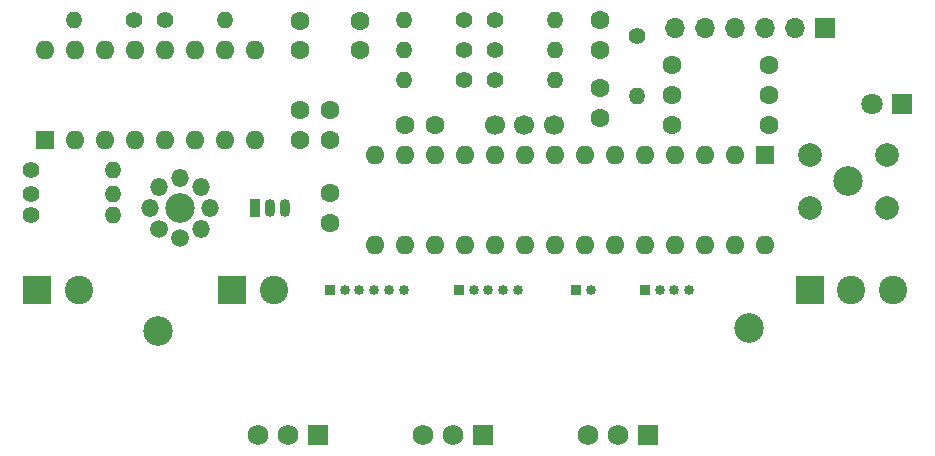
<source format=gbs>
G04 #@! TF.FileFunction,Soldermask,Bot*
%FSLAX46Y46*%
G04 Gerber Fmt 4.6, Leading zero omitted, Abs format (unit mm)*
G04 Created by KiCad (PCBNEW 4.0.7) date 05/25/19 09:29:53*
%MOMM*%
%LPD*%
G01*
G04 APERTURE LIST*
%ADD10C,0.100000*%
%ADD11C,2.500000*%
%ADD12C,1.600000*%
%ADD13R,2.400000X2.400000*%
%ADD14C,2.400000*%
%ADD15C,1.400000*%
%ADD16O,1.400000X1.400000*%
%ADD17R,1.600000X1.600000*%
%ADD18O,1.600000X1.600000*%
%ADD19C,1.700000*%
%ADD20R,1.800000X1.800000*%
%ADD21C,1.800000*%
%ADD22R,1.700000X1.700000*%
%ADD23O,1.700000X1.700000*%
%ADD24R,0.850000X0.850000*%
%ADD25C,0.850000*%
%ADD26O,0.900000X1.500000*%
%ADD27R,0.900000X1.500000*%
%ADD28C,1.500000*%
%ADD29O,1.500000X1.500000*%
%ADD30C,1.750000*%
%ADD31R,1.750000X1.750000*%
%ADD32C,2.000000*%
G04 APERTURE END LIST*
D10*
D11*
X204380000Y-101919000D03*
D12*
X189488000Y-97155000D03*
X197738000Y-97155000D03*
D13*
X201168000Y-111125000D03*
D14*
X204668000Y-111125000D03*
X208168000Y-111125000D03*
D15*
X186563000Y-89575000D03*
D16*
X186563000Y-94655000D03*
D15*
X174538000Y-88265000D03*
D16*
X179618000Y-88265000D03*
D15*
X143978000Y-88265000D03*
D16*
X138898000Y-88265000D03*
D15*
X146598000Y-88265000D03*
D16*
X151678000Y-88265000D03*
D15*
X174538000Y-90805000D03*
D16*
X179618000Y-90805000D03*
D15*
X174538000Y-93345000D03*
D16*
X179618000Y-93345000D03*
D17*
X197358000Y-99695000D03*
D18*
X164338000Y-107315000D03*
X194818000Y-99695000D03*
X166878000Y-107315000D03*
X192278000Y-99695000D03*
X169418000Y-107315000D03*
X189738000Y-99695000D03*
X171958000Y-107315000D03*
X187198000Y-99695000D03*
X174498000Y-107315000D03*
X184658000Y-99695000D03*
X177038000Y-107315000D03*
X182118000Y-99695000D03*
X179578000Y-107315000D03*
X179578000Y-99695000D03*
X182118000Y-107315000D03*
X177038000Y-99695000D03*
X184658000Y-107315000D03*
X174498000Y-99695000D03*
X187198000Y-107315000D03*
X171958000Y-99695000D03*
X189738000Y-107315000D03*
X169418000Y-99695000D03*
X192278000Y-107315000D03*
X166878000Y-99695000D03*
X194818000Y-107315000D03*
X164338000Y-99695000D03*
X197358000Y-107315000D03*
D19*
X174498000Y-97155000D03*
X176998000Y-97155000D03*
X179498000Y-97155000D03*
D15*
X171918000Y-88265000D03*
D16*
X166838000Y-88265000D03*
D15*
X171918000Y-93345000D03*
D16*
X166838000Y-93345000D03*
D15*
X171918000Y-90805000D03*
D16*
X166838000Y-90805000D03*
D12*
X160528000Y-105410000D03*
X160528000Y-102910000D03*
X157988000Y-95885000D03*
X157988000Y-98385000D03*
X157988000Y-90805000D03*
X157988000Y-88305000D03*
X160528000Y-95885000D03*
X160528000Y-98385000D03*
X163068000Y-90805000D03*
X163068000Y-88305000D03*
X169418000Y-97155000D03*
X166918000Y-97155000D03*
X183388000Y-88265000D03*
X183388000Y-90765000D03*
D20*
X208998000Y-95365000D03*
D21*
X206458000Y-95365000D03*
D22*
X202438000Y-88900000D03*
D23*
X199898000Y-88900000D03*
X197358000Y-88900000D03*
X194818000Y-88900000D03*
X192278000Y-88900000D03*
X189738000Y-88900000D03*
D24*
X181356000Y-111125000D03*
D25*
X182606000Y-111125000D03*
D11*
X195998000Y-114365000D03*
X145998000Y-114619000D03*
X147828000Y-104190800D03*
D26*
X155448000Y-104140000D03*
X156718000Y-104140000D03*
D27*
X154178000Y-104140000D03*
D17*
X136398000Y-98425000D03*
D18*
X154178000Y-90805000D03*
X138938000Y-98425000D03*
X151638000Y-90805000D03*
X141478000Y-98425000D03*
X149098000Y-90805000D03*
X144018000Y-98425000D03*
X146558000Y-90805000D03*
X146558000Y-98425000D03*
X144018000Y-90805000D03*
X149098000Y-98425000D03*
X141478000Y-90805000D03*
X151638000Y-98425000D03*
X138938000Y-90805000D03*
X154178000Y-98425000D03*
X136398000Y-90805000D03*
D24*
X187198000Y-111125000D03*
D25*
X188448000Y-111125000D03*
X189698000Y-111125000D03*
X190948000Y-111125000D03*
D28*
X147828000Y-106680000D03*
X146037300Y-105943400D03*
D29*
X145288000Y-104140000D03*
X146050000Y-102387400D03*
X147828000Y-101600000D03*
X149580600Y-102400100D03*
X150368000Y-104140000D03*
X149631400Y-105956100D03*
D12*
X183388000Y-96520000D03*
X183388000Y-94020000D03*
D30*
X154418000Y-123365000D03*
X156958000Y-123365000D03*
D31*
X159498000Y-123365000D03*
D30*
X182418000Y-123365000D03*
X184958000Y-123365000D03*
D31*
X187498000Y-123365000D03*
D30*
X168418000Y-123365000D03*
X170958000Y-123365000D03*
D31*
X173498000Y-123365000D03*
D13*
X135763000Y-111125000D03*
D14*
X139263000Y-111125000D03*
D13*
X152273000Y-111125000D03*
D14*
X155773000Y-111125000D03*
D12*
X189488000Y-94615000D03*
X197738000Y-94615000D03*
D24*
X160528000Y-111125000D03*
D25*
X161778000Y-111125000D03*
X163028000Y-111125000D03*
X164278000Y-111125000D03*
X165528000Y-111125000D03*
X166778000Y-111125000D03*
D24*
X171450000Y-111125000D03*
D25*
X172700000Y-111125000D03*
X173950000Y-111125000D03*
X175200000Y-111125000D03*
X176450000Y-111125000D03*
D12*
X189488000Y-92075000D03*
X197738000Y-92075000D03*
D15*
X135184000Y-104775000D03*
D16*
X142184000Y-104775000D03*
D15*
X135184000Y-100965000D03*
D16*
X142184000Y-100965000D03*
D15*
X135184000Y-102997000D03*
D16*
X142184000Y-102997000D03*
D32*
X201168000Y-104195000D03*
X201168000Y-99695000D03*
X207668000Y-104195000D03*
X207668000Y-99695000D03*
M02*

</source>
